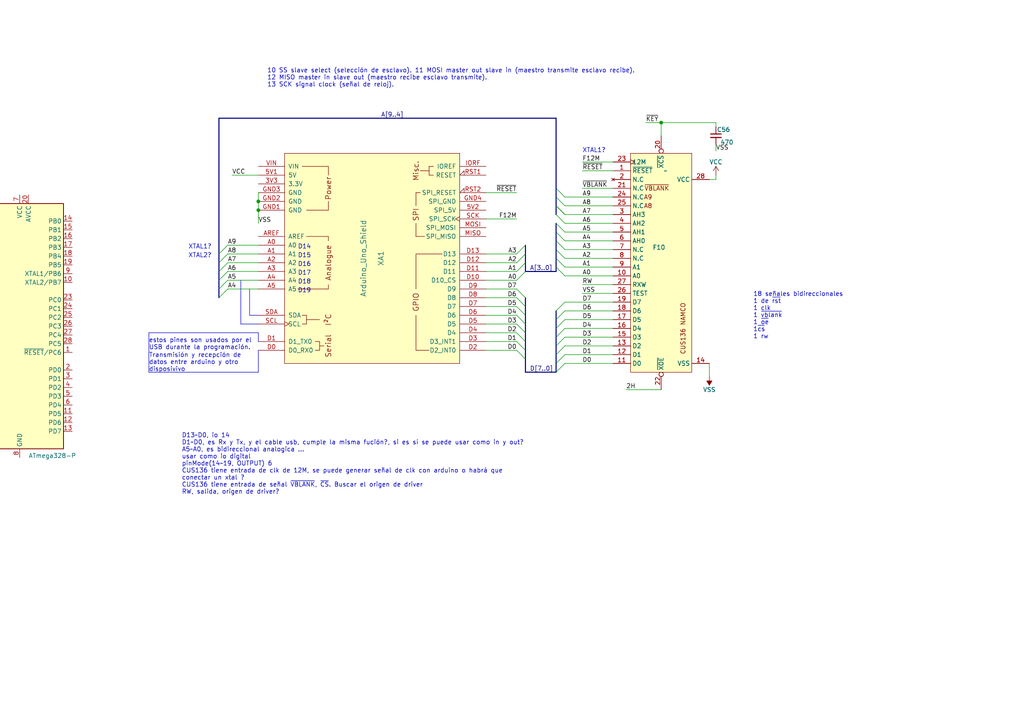
<source format=kicad_sch>
(kicad_sch (version 20230121) (generator eeschema)
  (paper "A4")
  (lib_symbols
    (symbol "Device:C_Small" (pin_numbers hide) (pin_names (offset 0.254) hide)
      (property "Reference" "C" (at 0.254 1.778 0))
      (property "Value" "C_Small" (at 0.254 -2.032 0))
      (symbol "C_Small_0_1"
        (polyline (pts (xy -1.524 -0.508) (xy 1.524 -0.508)) (stroke (width 0.3302)))
        (polyline (pts (xy -1.524 0.508) (xy 1.524 0.508)) (stroke (width 0.3048)))
      )
      (symbol "C_Small_1_1"
        (pin passive line (at 0 2.54 270) (length 2.032) (name "~") (number "1"))
        (pin passive line (at 0 -2.54 90) (length 2.032) (name "~") (number "2"))
      )
    )
    (symbol "MCU_Microchip_ATmega:ATmega16U2-A"
      (property "Reference" "U" (at -15.24 34.29 0))
      (property "Value" "ATmega16U2-A" (at 2.54 -34.29 0))
      (symbol "ATmega16U2-A_0_1"
        (rectangle (start -15.24 -33.02) (end 15.24 33.02) (stroke (width 0.254)) (fill (type background)))
      )
      (symbol "ATmega16U2-A_1_1"
        (pin input line (at -17.78 22.86 0) (length 2.54) (name "XTAL1") (number "1"))
        (pin bidirectional line (at 17.78 -20.32 180) (length 2.54) (name "PD4") (number "10"))
        (pin bidirectional line (at 17.78 -22.86 180) (length 2.54) (name "PD5") (number "11"))
        (pin bidirectional line (at 17.78 -25.4 180) (length 2.54) (name "PD6") (number "12"))
        (pin bidirectional line (at 17.78 -27.94 180) (length 2.54) (name "~{HWB}/PD7") (number "13"))
        (pin bidirectional line (at 17.78 27.94 180) (length 2.54) (name "PB0") (number "14"))
        (pin bidirectional line (at 17.78 25.4 180) (length 2.54) (name "PB1") (number "15"))
        (pin bidirectional line (at 17.78 22.86 180) (length 2.54) (name "PB2") (number "16"))
        (pin bidirectional line (at 17.78 20.32 180) (length 2.54) (name "PB3") (number "17"))
        (pin bidirectional line (at 17.78 17.78 180) (length 2.54) (name "PB4") (number "18"))
        (pin bidirectional line (at 17.78 15.24 180) (length 2.54) (name "PB5") (number "19"))
        (pin bidirectional line (at -17.78 17.78 0) (length 2.54) (name "PC0/XTAL2") (number "2"))
        (pin bidirectional line (at 17.78 12.7 180) (length 2.54) (name "PB6") (number "20"))
        (pin bidirectional line (at 17.78 10.16 180) (length 2.54) (name "PB7") (number "21"))
        (pin bidirectional line (at 17.78 -5.08 180) (length 2.54) (name "PC7") (number "22"))
        (pin bidirectional line (at 17.78 -2.54 180) (length 2.54) (name "PC6") (number "23"))
        (pin bidirectional line (at -17.78 27.94 0) (length 2.54) (name "PC1/~{RESET}") (number "24"))
        (pin bidirectional line (at 17.78 0 180) (length 2.54) (name "PC5") (number "25"))
        (pin bidirectional line (at 17.78 2.54 180) (length 2.54) (name "PC4") (number "26"))
        (pin passive line (at -17.78 5.08 0) (length 2.54) (name "UCAP") (number "27"))
        (pin power_in line (at -2.54 -35.56 90) (length 2.54) (name "UGND") (number "28"))
        (pin bidirectional line (at -17.78 12.7 0) (length 2.54) (name "D+") (number "29"))
        (pin power_in line (at 0 -35.56 90) (length 2.54) (name "GND") (number "3"))
        (pin bidirectional line (at -17.78 10.16 0) (length 2.54) (name "D-") (number "30"))
        (pin power_in line (at -2.54 35.56 270) (length 2.54) (name "UVCC") (number "31"))
        (pin power_in line (at 2.54 35.56 270) (length 2.54) (name "AVCC") (number "32"))
        (pin power_in line (at 0 35.56 270) (length 2.54) (name "VCC") (number "4"))
        (pin bidirectional line (at 17.78 5.08 180) (length 2.54) (name "PC2") (number "5"))
        (pin bidirectional line (at 17.78 -10.16 180) (length 2.54) (name "PD0") (number "6"))
        (pin bidirectional line (at 17.78 -12.7 180) (length 2.54) (name "PD1") (number "7"))
        (pin bidirectional line (at 17.78 -15.24 180) (length 2.54) (name "PD2") (number "8"))
        (pin bidirectional line (at 17.78 -17.78 180) (length 2.54) (name "PD3") (number "9"))
      )
    )
    (symbol "MCU_Microchip_ATmega:ATmega328-P"
      (property "Reference" "U" (at -12.7 36.83 0))
      (property "Value" "ATmega328-P" (at 2.54 -36.83 0))
      (symbol "ATmega328-P_0_1"
        (rectangle (start -12.7 -35.56) (end 12.7 35.56) (stroke (width 0.254)) (fill (type background)))
      )
      (symbol "ATmega328-P_1_1"
        (pin bidirectional line (at 15.24 -7.62 180) (length 2.54) (name "~{RESET}/PC6") (number "1"))
        (pin bidirectional line (at 15.24 12.7 180) (length 2.54) (name "XTAL2/PB7") (number "10"))
        (pin bidirectional line (at 15.24 -25.4 180) (length 2.54) (name "PD5") (number "11"))
        (pin bidirectional line (at 15.24 -27.94 180) (length 2.54) (name "PD6") (number "12"))
        (pin bidirectional line (at 15.24 -30.48 180) (length 2.54) (name "PD7") (number "13"))
        (pin bidirectional line (at 15.24 30.48 180) (length 2.54) (name "PB0") (number "14"))
        (pin bidirectional line (at 15.24 27.94 180) (length 2.54) (name "PB1") (number "15"))
        (pin bidirectional line (at 15.24 25.4 180) (length 2.54) (name "PB2") (number "16"))
        (pin bidirectional line (at 15.24 22.86 180) (length 2.54) (name "PB3") (number "17"))
        (pin bidirectional line (at 15.24 20.32 180) (length 2.54) (name "PB4") (number "18"))
        (pin bidirectional line (at 15.24 17.78 180) (length 2.54) (name "PB5") (number "19"))
        (pin bidirectional line (at 15.24 -12.7 180) (length 2.54) (name "PD0") (number "2"))
        (pin power_in line (at 2.54 38.1 270) (length 2.54) (name "AVCC") (number "20"))
        (pin passive line (at -15.24 30.48 0) (length 2.54) (name "AREF") (number "21"))
        (pin passive line (at 0 -38.1 90) (length 2.54) hide (name "GND") (number "22"))
        (pin bidirectional line (at 15.24 7.62 180) (length 2.54) (name "PC0") (number "23"))
        (pin bidirectional line (at 15.24 5.08 180) (length 2.54) (name "PC1") (number "24"))
        (pin bidirectional line (at 15.24 2.54 180) (length 2.54) (name "PC2") (number "25"))
        (pin bidirectional line (at 15.24 0 180) (length 2.54) (name "PC3") (number "26"))
        (pin bidirectional line (at 15.24 -2.54 180) (length 2.54) (name "PC4") (number "27"))
        (pin bidirectional line (at 15.24 -5.08 180) (length 2.54) (name "PC5") (number "28"))
        (pin bidirectional line (at 15.24 -15.24 180) (length 2.54) (name "PD1") (number "3"))
        (pin bidirectional line (at 15.24 -17.78 180) (length 2.54) (name "PD2") (number "4"))
        (pin bidirectional line (at 15.24 -20.32 180) (length 2.54) (name "PD3") (number "5"))
        (pin bidirectional line (at 15.24 -22.86 180) (length 2.54) (name "PD4") (number "6"))
        (pin power_in line (at 0 38.1 270) (length 2.54) (name "VCC") (number "7"))
        (pin power_in line (at 0 -38.1 90) (length 2.54) (name "GND") (number "8"))
        (pin bidirectional line (at 15.24 15.24 180) (length 2.54) (name "XTAL1/PB6") (number "9"))
      )
    )
    (symbol "arduino:Arduino_Uno_Shield" (pin_names (offset 1.016))
      (property "Reference" "XA" (at 2.54 0 90))
      (property "Value" "Arduino_Uno_Shield" (at -2.54 0 90))
      (symbol "Arduino_Uno_Shield_0_0"
        (rectangle (start -25.4 30.48) (end 25.4 -30.48) (fill (type background)))
        (rectangle (start -20.32 -26.67) (end -12.7 -26.67))
        (rectangle (start -19.05 -13.97) (end -12.7 -13.97))
        (polyline (pts (xy -19.05 17.78) (xy -15.24 17.78)))
        (polyline (pts (xy -15.24 25.4) (xy -13.97 25.4)))
        (polyline (pts (xy -12.7 -26.67) (xy -12.7 -24.13)))
        (polyline (pts (xy -12.7 -15.24) (xy -12.7 -16.51)))
        (polyline (pts (xy -12.7 -13.97) (xy -12.7 -15.24)))
        (polyline (pts (xy -12.7 -5.08) (xy -12.7 -6.35) (xy -19.05 -6.35)))
        (polyline (pts (xy -12.7 7.62) (xy -12.7 8.89) (xy -21.59 8.89)))
        (polyline (pts (xy 12.7 8.89) (xy 12.7 -1.27) (xy 20.32 -1.27)))
        (polyline (pts (xy 12.7 16.51) (xy 12.7 26.67) (xy 16.51 26.67)))
        (polyline (pts (xy -20.32 19.05) (xy -19.05 19.05) (xy -19.05 16.51) (xy -20.32 16.51)))
        (polyline (pts (xy -16.51 26.67) (xy -15.24 26.67) (xy -15.24 24.13) (xy -16.51 24.13)))
        (rectangle (start 12.7 -19.05) (end 12.7 -15.24))
        (rectangle (start 12.7 -10.16) (end 12.7 -6.35))
        (rectangle (start 13.97 -19.05) (end 12.7 -19.05))
        (rectangle (start 15.24 -6.35) (end 12.7 -6.35))
        (rectangle (start 16.51 -25.4) (end 13.97 -25.4))
        (rectangle (start 16.51 -24.13) (end 16.51 -26.67))
        (rectangle (start 17.78 -26.67) (end 16.51 -26.67))
        (rectangle (start 17.78 -24.13) (end 16.51 -24.13))
        (text "Analogue" (at -12.7 1.27 900) (effects (font (size 1.524 1.524))))
        (text "I²C" (at -12.7 17.78 900) (effects (font (size 1.524 1.524))))
        (text "Misc." (at 12.7 -25.4 900) (effects (font (size 1.524 1.524))))
        (text "Power" (at -12.7 -20.32 900) (effects (font (size 1.524 1.524))))
        (text "Serial" (at -12.7 25.4 900) (effects (font (size 1.524 1.524))))
        (text "SPI" (at 12.7 -12.7 900) (effects (font (size 1.524 1.524))))
      )
      (symbol "Arduino_Uno_Shield_1_0"
        (text "GPIO" (at 12.7 12.7 900) (effects (font (size 1.524 1.524))))
      )
      (symbol "Arduino_Uno_Shield_1_1"
        (pin power_in line (at -33.02 -21.59 0) (length 7.62) (name "3.3V") (number "3V3"))
        (pin power_in line (at -33.02 -24.13 0) (length 7.62) (name "5V") (number "5V1"))
        (pin power_in line (at 33.02 -13.97 180) (length 7.62) (name "SPI_5V") (number "5V2"))
        (pin bidirectional line (at -33.02 -3.81 0) (length 7.62) (name "A0") (number "A0"))
        (pin bidirectional line (at -33.02 -1.27 0) (length 7.62) (name "A1") (number "A1"))
        (pin bidirectional line (at -33.02 1.27 0) (length 7.62) (name "A2") (number "A2"))
        (pin bidirectional line (at -33.02 3.81 0) (length 7.62) (name "A3") (number "A3"))
        (pin bidirectional line (at -33.02 6.35 0) (length 7.62) (name "A4") (number "A4"))
        (pin bidirectional line (at -33.02 8.89 0) (length 7.62) (name "A5") (number "A5"))
        (pin input line (at -33.02 -6.35 0) (length 7.62) (name "AREF") (number "AREF"))
        (pin bidirectional line (at -33.02 26.67 0) (length 7.62) (name "D0_RX0") (number "D0"))
        (pin bidirectional line (at -33.02 24.13 0) (length 7.62) (name "D1_TX0") (number "D1"))
        (pin bidirectional line (at 33.02 6.35 180) (length 7.62) (name "D10_CS") (number "D10"))
        (pin bidirectional line (at 33.02 3.81 180) (length 7.62) (name "D11") (number "D11"))
        (pin bidirectional line (at 33.02 1.27 180) (length 7.62) (name "D12") (number "D12"))
        (pin bidirectional line (at 33.02 -1.27 180) (length 7.62) (name "D13") (number "D13"))
        (pin bidirectional line (at 33.02 26.67 180) (length 7.62) (name "D2_INT0") (number "D2"))
        (pin bidirectional line (at 33.02 24.13 180) (length 7.62) (name "D3_INT1") (number "D3"))
        (pin bidirectional line (at 33.02 21.59 180) (length 7.62) (name "D4") (number "D4"))
        (pin bidirectional line (at 33.02 19.05 180) (length 7.62) (name "D5") (number "D5"))
        (pin bidirectional line (at 33.02 16.51 180) (length 7.62) (name "D6") (number "D6"))
        (pin bidirectional line (at 33.02 13.97 180) (length 7.62) (name "D7") (number "D7"))
        (pin bidirectional line (at 33.02 11.43 180) (length 7.62) (name "D8") (number "D8"))
        (pin bidirectional line (at 33.02 8.89 180) (length 7.62) (name "D9") (number "D9"))
        (pin power_in line (at -33.02 -13.97 0) (length 7.62) (name "GND") (number "GND1"))
        (pin power_in line (at -33.02 -16.51 0) (length 7.62) (name "GND") (number "GND2"))
        (pin power_in line (at -33.02 -19.05 0) (length 7.62) (name "GND") (number "GND3"))
        (pin power_in line (at 33.02 -16.51 180) (length 7.62) (name "SPI_GND") (number "GND4"))
        (pin output line (at 33.02 -26.67 180) (length 7.62) (name "IOREF") (number "IORF"))
        (pin input line (at 33.02 -6.35 180) (length 7.62) (name "SPI_MISO") (number "MISO"))
        (pin output line (at 33.02 -8.89 180) (length 7.62) (name "SPI_MOSI") (number "MOSI"))
        (pin open_collector input_low (at 33.02 -24.13 180) (length 7.62) (name "RESET") (number "RST1"))
        (pin open_collector input_low (at 33.02 -19.05 180) (length 7.62) (name "SPI_RESET") (number "RST2"))
        (pin output clock (at 33.02 -11.43 180) (length 7.62) (name "SPI_SCK") (number "SCK"))
        (pin bidirectional clock (at -33.02 19.05 0) (length 7.62) (name "SCL") (number "SCL"))
        (pin bidirectional line (at -33.02 16.51 0) (length 7.62) (name "SDA") (number "SDA"))
        (pin power_in line (at -33.02 -26.67 0) (length 7.62) (name "VIN") (number "VIN"))
      )
    )
    (symbol "namco:cus136"
      (property "Reference" "U" (at 5.08 33.02 0))
      (symbol "cus136_1_1"
        (rectangle (start -8.89 27.94) (end 8.89 -35.56) (fill (type background)))
        (text "A8" (at -3.81 12.7 0) (effects (font (size 1.27 1.27))))
        (text "A9" (at -3.81 15.24 0) (effects (font (size 1.27 1.27))))
        (text "CUS136 NAMCO" (at 6.35 -22.86 900) (effects (font (size 1.27 1.27))))
        (text "~{VBLANK}" (at -1.27 17.78 0) (effects (font (size 1.27 1.27))))
        (pin input line (at -13.97 22.86 0) (length 5.08) (name "~{RESET}") (number "1"))
        (pin input line (at -13.97 -7.62 0) (length 5.08) (name "A0") (number "10"))
        (pin bidirectional line (at -13.97 -33.02 0) (length 5.08) (name "D0") (number "11"))
        (pin bidirectional line (at -13.97 -30.48 0) (length 5.08) (name "D1") (number "12"))
        (pin bidirectional line (at -13.97 -27.94 0) (length 5.08) (name "D2") (number "13"))
        (pin power_in line (at 13.97 -33.02 180) (length 5.08) (name "VSS") (number "14"))
        (pin bidirectional line (at -13.97 -25.4 0) (length 5.08) (name "D3") (number "15"))
        (pin bidirectional line (at -13.97 -22.86 0) (length 5.08) (name "D4") (number "16"))
        (pin bidirectional line (at -13.97 -20.32 0) (length 5.08) (name "D5") (number "17"))
        (pin bidirectional line (at -13.97 -17.78 0) (length 5.08) (name "D6") (number "18"))
        (pin bidirectional line (at -13.97 -15.24 0) (length 5.08) (name "D7") (number "19"))
        (pin no_connect line (at -13.97 20.32 0) (length 5.08) (name "N.C") (number "2"))
        (pin input inverted (at 0 33.02 270) (length 5.08) (name "~{XCS}") (number "20"))
        (pin bidirectional line (at -13.97 17.78 0) (length 5.08) (name "N.C") (number "21"))
        (pin input inverted (at 0 -40.64 90) (length 5.08) (name "~{XOE}") (number "22"))
        (pin input clock (at -13.97 25.4 0) (length 5.08) (name "12M") (number "23"))
        (pin bidirectional line (at -13.97 15.24 0) (length 5.08) (name "N.C") (number "24"))
        (pin bidirectional line (at -13.97 12.7 0) (length 5.08) (name "N.C") (number "25"))
        (pin passive line (at -13.97 -12.7 0) (length 5.08) (name "TEST") (number "26"))
        (pin bidirectional line (at -13.97 -10.16 0) (length 5.08) (name "RXW") (number "27"))
        (pin power_in line (at 13.97 20.32 180) (length 5.08) (name "VCC") (number "28"))
        (pin input line (at -13.97 10.16 0) (length 5.08) (name "AH3") (number "3"))
        (pin input line (at -13.97 7.62 0) (length 5.08) (name "AH2") (number "4"))
        (pin input line (at -13.97 5.08 0) (length 5.08) (name "AH1") (number "5"))
        (pin input line (at -13.97 2.54 0) (length 5.08) (name "AH0") (number "6"))
        (pin bidirectional line (at -13.97 0 0) (length 5.08) (name "N.C") (number "7"))
        (pin bidirectional line (at -13.97 -2.54 0) (length 5.08) (name "N.C") (number "8"))
        (pin input line (at -13.97 -5.08 0) (length 5.08) (name "A1") (number "9"))
      )
    )
    (symbol "power:VCC" (power) (pin_names (offset 0))
      (property "Value" "VCC" (at 0 3.81 0))
      (symbol "VCC_0_1"
        (polyline (pts (xy -0.762 1.27) (xy 0 2.54)))
        (polyline (pts (xy 0 0) (xy 0 2.54)))
        (polyline (pts (xy 0 2.54) (xy 0.762 1.27)))
      )
      (symbol "VCC_1_1"
        (pin power_in line (at 0 0 90) (length 0) hide (name "VCC") (number "1"))
      )
    )
    (symbol "power:VSS" (power) (pin_names (offset 0))
      (property "Value" "VSS" (at 0 3.81 0))
      (symbol "VSS_0_1"
        (polyline (pts (xy 0 0) (xy 0 2.54)))
        (polyline (pts (xy 0.762 1.27) (xy -0.762 1.27) (xy 0 2.54) (xy 0.762 1.27)) (fill (type outline)))
      )
      (symbol "VSS_1_1"
        (pin power_in line (at 0 0 90) (length 0) hide (name "VSS") (number "1"))
      )
    )
  )
  (junction (at 74.93 60.96))
  (junction (at 74.93 58.42))
  (junction (at 191.77 35.56))
  (bus_entry (at 63.5 73.66) (size 2.54 -2.54))
  (bus_entry (at 149.86 88.9) (size 2.54 2.54))
  (bus_entry (at 163.83 69.85) (size -2.54 -2.54))
  (bus_entry (at 161.29 54.61) (size 2.54 2.54))
  (bus_entry (at 149.86 99.06) (size 2.54 2.54))
  (bus_entry (at 161.29 57.15) (size 2.54 2.54))
  (bus_entry (at 161.29 92.71) (size 2.54 -2.54))
  (bus_entry (at 66.04 81.28) (size -2.54 2.54))
  (bus_entry (at 163.83 77.47) (size -2.54 -2.54))
  (bus_entry (at 161.29 90.17) (size 2.54 -2.54))
  (bus_entry (at 161.29 105.41) (size 2.54 -2.54))
  (bus_entry (at 161.29 100.33) (size 2.54 -2.54))
  (bus_entry (at 163.83 74.93) (size -2.54 -2.54))
  (bus_entry (at 161.29 95.25) (size 2.54 -2.54))
  (bus_entry (at 63.5 76.2) (size 2.54 -2.54))
  (bus_entry (at 149.86 86.36) (size 2.54 2.54))
  (bus_entry (at 161.29 102.87) (size 2.54 -2.54))
  (bus_entry (at 149.86 96.52) (size 2.54 2.54))
  (bus_entry (at 163.83 72.39) (size -2.54 -2.54))
  (bus_entry (at 66.04 83.82) (size -2.54 2.54))
  (bus_entry (at 163.83 67.31) (size -2.54 -2.54))
  (bus_entry (at 163.83 80.01) (size -2.54 -2.54))
  (bus_entry (at 161.29 62.23) (size 2.54 2.54))
  (bus_entry (at 161.29 97.79) (size 2.54 -2.54))
  (bus_entry (at 149.86 81.28) (size 2.54 -2.54))
  (bus_entry (at 161.29 107.95) (size 2.54 -2.54))
  (bus_entry (at 163.83 62.23) (size -2.54 -2.54))
  (bus_entry (at 161.29 59.69) (size 2.54 2.54))
  (bus_entry (at 149.86 76.2) (size 2.54 -2.54))
  (bus_entry (at 149.86 83.82) (size 2.54 2.54))
  (bus_entry (at 149.86 91.44) (size 2.54 2.54))
  (bus_entry (at 149.86 101.6) (size 2.54 2.54))
  (bus_entry (at 149.86 93.98) (size 2.54 2.54))
  (bus_entry (at 149.86 73.66) (size 2.54 -2.54))
  (bus_entry (at 63.5 78.74) (size 2.54 -2.54))
  (bus_entry (at 63.5 81.28) (size 2.54 -2.54))
  (bus_entry (at 149.86 78.74) (size 2.54 -2.54))
  (polyline (pts (xy 43.18 107.95) (xy 74.93 107.95)))
  (bus (pts (xy 161.29 59.69) (xy 161.29 57.15)))
  (wire (pts (xy 149.86 88.9) (xy 140.97 88.9)))
  (polyline (pts (xy 69.85 81.28) (xy 69.85 93.98)))
  (bus (pts (xy 63.5 34.29) (xy 161.29 34.29)))
  (polyline (pts (xy 74.93 96.52) (xy 43.18 96.52)))
  (bus (pts (xy 152.4 73.66) (xy 152.4 76.2)))
  (wire (pts (xy 163.83 87.63) (xy 177.8 87.63)))
  (wire (pts (xy 163.83 69.85) (xy 177.8 69.85)))
  (wire (pts (xy 66.04 83.82) (xy 74.93 83.82)))
  (wire (pts (xy 207.645 50.8) (xy 207.645 52.07)))
  (wire (pts (xy 168.91 46.99) (xy 177.8 46.99)))
  (wire (pts (xy 149.86 73.66) (xy 140.97 73.66)))
  (wire (pts (xy 163.83 57.15) (xy 177.8 57.15)))
  (wire (pts (xy 149.86 76.2) (xy 140.97 76.2)))
  (bus (pts (xy 63.5 76.2) (xy 63.5 78.74)))
  (bus (pts (xy 152.4 107.95) (xy 161.29 107.95)))
  (bus (pts (xy 161.29 64.77) (xy 161.29 67.31)))
  (wire (pts (xy 74.93 58.42) (xy 74.93 60.96)))
  (polyline (pts (xy 74.93 99.06) (xy 74.93 96.52)))
  (wire (pts (xy 66.04 73.66) (xy 74.93 73.66)))
  (wire (pts (xy 163.83 92.71) (xy 177.8 92.71)))
  (bus (pts (xy 161.29 95.25) (xy 161.29 97.79)))
  (bus (pts (xy 152.4 101.6) (xy 152.4 104.14)))
  (bus (pts (xy 161.29 62.23) (xy 161.29 59.69)))
  (bus (pts (xy 161.29 92.71) (xy 161.29 95.25)))
  (wire (pts (xy 163.83 105.41) (xy 177.8 105.41)))
  (wire (pts (xy 149.86 93.98) (xy 140.97 93.98)))
  (bus (pts (xy 152.4 78.74) (xy 161.29 78.74)))
  (wire (pts (xy 163.83 77.47) (xy 177.8 77.47)))
  (bus (pts (xy 161.29 67.31) (xy 161.29 69.85)))
  (wire (pts (xy 66.04 78.74) (xy 74.93 78.74)))
  (wire (pts (xy 163.83 90.17) (xy 177.8 90.17)))
  (bus (pts (xy 161.29 74.93) (xy 161.29 77.47)))
  (wire (pts (xy 163.83 80.01) (xy 177.8 80.01)))
  (bus (pts (xy 152.4 76.2) (xy 152.4 78.74)))
  (wire (pts (xy 163.83 95.25) (xy 177.8 95.25)))
  (wire (pts (xy 163.83 102.87) (xy 177.8 102.87)))
  (wire (pts (xy 205.74 105.41) (xy 205.74 109.22)))
  (wire (pts (xy 149.86 78.74) (xy 140.97 78.74)))
  (wire (pts (xy 149.86 101.6) (xy 140.97 101.6)))
  (bus (pts (xy 152.4 93.98) (xy 152.4 96.52)))
  (bus (pts (xy 63.5 73.66) (xy 63.5 76.2)))
  (wire (pts (xy 207.645 35.56) (xy 207.645 36.83)))
  (wire (pts (xy 149.86 91.44) (xy 140.97 91.44)))
  (wire (pts (xy 140.97 81.28) (xy 149.86 81.28)))
  (wire (pts (xy 163.83 97.79) (xy 177.8 97.79)))
  (wire (pts (xy 74.93 60.96) (xy 74.93 64.77)))
  (wire (pts (xy 168.91 82.55) (xy 177.8 82.55)))
  (polyline (pts (xy 69.85 93.98) (xy 74.93 93.98)))
  (wire (pts (xy 163.83 64.77) (xy 177.8 64.77)))
  (wire (pts (xy 149.86 96.52) (xy 140.97 96.52)))
  (wire (pts (xy 187.325 35.56) (xy 191.77 35.56)))
  (wire (pts (xy 149.86 63.5) (xy 140.97 63.5)))
  (bus (pts (xy 161.29 97.79) (xy 161.29 100.33)))
  (wire (pts (xy 74.93 55.88) (xy 74.93 58.42)))
  (bus (pts (xy 63.5 34.29) (xy 63.5 73.66)))
  (bus (pts (xy 152.4 96.52) (xy 152.4 99.06)))
  (wire (pts (xy 168.91 49.53) (xy 177.8 49.53)))
  (bus (pts (xy 152.4 104.14) (xy 152.4 107.95)))
  (polyline (pts (xy 43.18 96.52) (xy 43.18 107.95)))
  (wire (pts (xy 207.645 52.07) (xy 205.74 52.07)))
  (bus (pts (xy 161.29 69.85) (xy 161.29 72.39)))
  (bus (pts (xy 161.29 90.17) (xy 161.29 92.71)))
  (polyline (pts (xy 74.93 91.44) (xy 72.39 91.44)))
  (wire (pts (xy 181.61 113.03) (xy 191.77 113.03)))
  (bus (pts (xy 152.4 71.12) (xy 152.4 73.66)))
  (bus (pts (xy 161.29 105.41) (xy 161.29 107.95)))
  (bus (pts (xy 152.4 91.44) (xy 152.4 93.98)))
  (wire (pts (xy 66.04 76.2) (xy 74.93 76.2)))
  (wire (pts (xy 191.77 35.56) (xy 207.645 35.56)))
  (wire (pts (xy 207.645 41.91) (xy 207.645 43.815)))
  (wire (pts (xy 66.04 81.28) (xy 74.93 81.28)))
  (bus (pts (xy 63.5 78.74) (xy 63.5 81.28)))
  (wire (pts (xy 163.83 62.23) (xy 177.8 62.23)))
  (wire (pts (xy 168.91 54.61) (xy 177.8 54.61)))
  (wire (pts (xy 163.83 74.93) (xy 177.8 74.93)))
  (bus (pts (xy 161.29 72.39) (xy 161.29 74.93)))
  (wire (pts (xy 163.83 67.31) (xy 177.8 67.31)))
  (bus (pts (xy 161.29 54.61) (xy 161.29 34.29)))
  (wire (pts (xy 149.86 99.06) (xy 140.97 99.06)))
  (polyline (pts (xy 74.93 101.6) (xy 74.93 107.95)))
  (wire (pts (xy 191.77 39.37) (xy 191.77 35.56)))
  (wire (pts (xy 149.86 83.82) (xy 140.97 83.82)))
  (bus (pts (xy 161.29 57.15) (xy 161.29 54.61)))
  (wire (pts (xy 149.86 86.36) (xy 140.97 86.36)))
  (bus (pts (xy 63.5 81.28) (xy 63.5 83.82)))
  (wire (pts (xy 168.91 85.09) (xy 177.8 85.09)))
  (wire (pts (xy 163.83 59.69) (xy 177.8 59.69)))
  (wire (pts (xy 67.31 50.8) (xy 74.93 50.8)))
  (wire (pts (xy 163.83 72.39) (xy 177.8 72.39)))
  (bus (pts (xy 152.4 99.06) (xy 152.4 101.6)))
  (bus (pts (xy 161.29 77.47) (xy 161.29 78.74)))
  (bus (pts (xy 161.29 102.87) (xy 161.29 105.41)))
  (polyline (pts (xy 72.39 83.82) (xy 72.39 91.44)))
  (bus (pts (xy 152.4 88.9) (xy 152.4 91.44)))
  (wire (pts (xy 163.83 100.33) (xy 177.8 100.33)))
  (bus (pts (xy 152.4 86.36) (xy 152.4 88.9)))
  (wire (pts (xy 149.86 55.88) (xy 140.97 55.88)))
  (bus (pts (xy 161.29 100.33) (xy 161.29 102.87)))
  (bus (pts (xy 63.5 83.82) (xy 63.5 86.36)))
  (wire (pts (xy 66.04 71.12) (xy 74.93 71.12)))
  (text "D19" (at 86.36 85.09 0) (effects (font (size 1.27 1.27)) (justify left bottom)))
  (text "18 señales bidireccionales\n1 de ~{rst}\n1 clk\n1 ~{vblank}\n1 ~{oe}\n1~{cs}\n1 rw\n" (at 218.44 98.425 0) (effects (font (size 1.27 1.27)) (justify left bottom)))
  (text "XTAL1?" (at 168.91 44.45 0) (effects (font (size 1.27 1.27)) (justify left bottom)))
  (text "D15" (at 86.36 74.93 0) (effects (font (size 1.27 1.27)) (justify left bottom)))
  (text "D13~D0, io 14\nD1~D0, es Rx y Tx, y el cable usb, cumple la misma fución?, si es sí se puede usar como in y out?\nA5~A0, es bidireccional analogica ...\nusar como io digital\npinMode(14~19, OUTPUT) 6\nCUS136 tiene entrada de clk de 12M, se puede generar señal de clk con arduino o habrá que \nconectar un xtal ?\nCUS136 tiene entrada de señal ~{VBLANK}, ~{CS}. Buscar el origen de driver\nRW, salida, origen de driver?\n" (at 52.705 143.51 0) (effects (font (size 1.27 1.27)) (justify left bottom)))
  (text "estos pines son usados por el \nUSB durante la programación." (at 43.18 101.6 0) (effects (font (size 1.27 1.27)) (justify left bottom)))
  (text "D18" (at 86.36 82.55 0) (effects (font (size 1.27 1.27)) (justify left bottom)))
  (text "D16" (at 86.36 77.47 0) (effects (font (size 1.27 1.27)) (justify left bottom)))
  (text "D17" (at 86.36 80.01 0) (effects (font (size 1.27 1.27)) (justify left bottom)))
  (text "XTAL2?" (at 54.61 74.93 0) (effects (font (size 1.27 1.27)) (justify left bottom)))
  (text "D14" (at 86.36 72.39 0) (effects (font (size 1.27 1.27)) (justify left bottom)))
  (text "Transmisión y recepción de \ndatos entre arduino y otro \ndisposivivo" (at 43.18 107.95 0) (effects (font (size 1.27 1.27)) (justify left bottom)))
  (text "XTAL1?" (at 54.61 72.39 0) (effects (font (size 1.27 1.27)) (justify left bottom)))
  (text "10 SS slave select (selección de esclavo). 11 MOSI master out slave in (maestro transmite esclavo recibe).\n12 MISO master in slave out (maestro recibe esclavo transmite).\n13 SCK signal clock (señal de reloj). " (at 77.47 25.4 0) (effects (font (size 1.27 1.27)) (justify left bottom)))
  (label "VSS" (at 168.91 85.09 0))
  (label "A4" (at 168.91 69.85 0))
  (label "A1" (at 149.86 78.74 180))
  (label "D0" (at 149.86 101.6 180))
  (label "A2" (at 168.91 74.93 0))
  (label "A8" (at 168.91 59.69 0))
  (label "D0" (at 168.91 105.41 0))
  (label "~{KEY}" (at 187.325 35.56 0))
  (label "A6" (at 66.04 78.74 0))
  (label "VSS" (at 74.93 64.77 0))
  (label "D5" (at 149.86 88.9 180))
  (label "D2" (at 168.91 100.33 0))
  (label "A6" (at 168.91 64.77 0))
  (label "A7" (at 168.91 62.23 0))
  (label "F12M" (at 168.91 46.99 0))
  (label "A[3..0]" (at 153.67 78.74 0))
  (label "VSS" (at 207.645 43.815 0))
  (label "A2" (at 149.86 76.2 180))
  (label "A0" (at 149.86 81.28 180))
  (label "A4" (at 66.04 83.82 0))
  (label "A3" (at 168.91 72.39 0))
  (label "~{VBLANK}" (at 168.91 54.61 0))
  (label "A8" (at 66.04 73.66 0))
  (label "D1" (at 168.91 102.87 0))
  (label "A5" (at 66.04 81.28 0))
  (label "~{RESET}" (at 168.91 49.53 0))
  (label "RW" (at 168.91 82.55 0))
  (label "D5" (at 168.91 92.71 0))
  (label "D1" (at 149.86 99.06 180))
  (label "A5" (at 168.91 67.31 0))
  (label "VCC" (at 67.31 50.8 0))
  (label "D6" (at 149.86 86.36 180))
  (label "A9" (at 66.04 71.12 0))
  (label "~{RESET}" (at 149.86 55.88 180))
  (label "A1" (at 168.91 77.47 0))
  (label "F12M" (at 149.86 63.5 180))
  (label "A9" (at 168.91 57.15 0))
  (label "D4" (at 149.86 91.44 180))
  (label "A7" (at 66.04 76.2 0))
  (label "2H" (at 181.61 113.03 0))
  (label "D6" (at 168.91 90.17 0))
  (label "D[7..0]" (at 153.67 107.95 0))
  (label "A3" (at 149.86 73.66 180))
  (label "D3" (at 168.91 97.79 0))
  (label "D7" (at 149.86 83.82 180))
  (label "D4" (at 168.91 95.25 0))
  (label "D3" (at 149.86 93.98 180))
  (label "A0" (at 168.91 80.01 0))
  (label "D2" (at 149.86 96.52 180))
  (label "A[9..4]" (at 110.49 34.29 0))
  (label "D7" (at 168.91 87.63 0))
  (symbol (lib_id "namco:cus136") (at 191.77 72.39 0) (unit 1)
    (property "Reference" "F10" (at 191.135 71.755 0))
    (property "Value" "~" (at 193.04 49.53 0))
    (property "Datasheet" "sch pac mania page 7" (effects hide))
  )
  (symbol (lib_id "arduino:Arduino_Uno_Shield") (at 107.95 74.93 0) (mirror x) (unit 1)
    (property "Reference" "XA1" (at 110.49 74.93 90) (effects (font (size 1.524 1.524))))
    (property "Value" "Arduino_Uno_Shield" (at 105.41 74.93 90) (effects (font (size 1.524 1.524))))
    (property "Datasheet" "https://store.arduino.cc/arduino-uno-rev3" (effects hide))
  )
  (symbol (lib_id "Device:C_Small") (at 207.645 39.37 0) (unit 1)
    (property "Reference" "C56" (at 207.899 37.592 0) (effects (justify left)))
    (property "Value" "470" (at 208.915 41.275 0) (effects (justify left)))
  )
  (symbol (lib_id "power:VSS") (at 205.74 109.22 180) (unit 1)
    (property "Reference" "#PWR02" (effects hide))
    (property "Value" "VSS" (at 205.74 113.03 0))
  )
  (symbol (lib_id "power:VCC") (at 207.645 50.8 0) (unit 1)
    (property "Reference" "#PWR01" (effects hide))
    (property "Value" "VCC" (at 207.645 46.99 0))
  )
  (symbol (lib_id "MCU_Microchip_ATmega:ATmega16U2-A") (at -54.61 93.98 0) (unit 1)
    (property "Reference" "U2" (at -69.85 59.69 0) (effects (justify left bottom)))
    (property "Value" "ATmega16U2-A" (at -52.07 128.27 0) (effects (justify left top)))
    (property "Footprint" "Package_QFP:TQFP-32_7x7mm_P0.8mm" (effects hide))
    (property "Datasheet" "http://ww1.microchip.com/downloads/en/DeviceDoc/doc7799.pdf" (effects hide))
  )
  (symbol (lib_id "MCU_Microchip_ATmega:ATmega328-P") (at 5.715 94.615 0) (unit 1)
    (property "Reference" "U1" (at -6.985 57.785 0) (effects (justify left bottom)))
    (property "Value" "ATmega328-P" (at 8.255 131.445 0) (effects (justify left top)))
    (property "Footprint" "Package_DIP:DIP-28_W7.62mm" (effects hide))
    (property "Datasheet" "http://ww1.microchip.com/downloads/en/DeviceDoc/ATmega328_P%20AVR%20MCU%20with%20picoPower%20Technology%20Data%20Sheet%2040001984A.pdf" (effects hide))
  )
)
</source>
